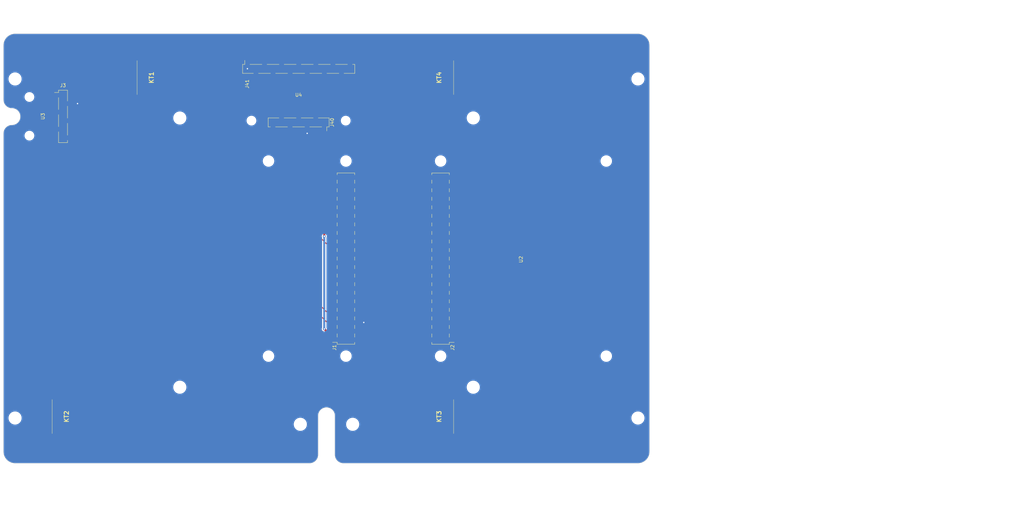
<source format=kicad_pcb>
(kicad_pcb (version 20211014) (generator pcbnew)
  (title_block (title "eInk Frame"))
  (layers (0 "F.Cu" signal) (31 "B.Cu" signal) (34 "B.Paste" user) (35 "F.Paste" user) (36 "B.SilkS" user "B.Silkscreen") (37 "F.SilkS" user "F.Silkscreen") (38 "B.Mask" user) (39 "F.Mask" user) (44 "Edge.Cuts" user))
  (net 0 "")
  (net 1 "/G1")
  (net 2 "/G4")
  (net 3 "/G7")
  (net 4 "/G8")
  (net 5 "/G10")
  (net 6 "/G11")
  (net 7 "/G12")
  (net 8 "/G13")
  (net 9 "/G15")
  (net 10 "/G16")
  (net 11 "/G17")
  (net 12 "/G18")
  (net 13 "/G19")
  (net 14 "/G21")
  (net 15 "/G23")
  (net 16 "/G24")
  (net 17 "/G26")
  (net 18 "/G27")
  (net 19 "/G28")
  (net 20 "/G29")
  (net 21 "/G31")
  (net 22 "/G32")
  (net 23 "/G33")
  (net 24 "/G35")
  (net 25 "/G36")
  (net 26 "/G37")
  (net 27 "/G38")
  (net 28 "/G40")
  (net 29 "GND")
  (net 30 "SCL")
  (net 31 "MPR121_INT")
  (net 32 "VIN")
  (net 33 "SDA")
  (net 38 "Net-(J41-Pad2)")
  (net 39 "Net-(J41-Pad3)")
  (net 40 "Net-(J41-Pad4)")
  (net 41 "Net-(J41-Pad5)")
  (net 42 "Net-(J41-Pad13)")
  (net 43 "Net-(J41-Pad12)")
  (net 44 "Net-(J41-Pad11)")
  (net 45 "Net-(J41-Pad10)")
  (net 46 "Net-(J41-Pad9)")
  (net 47 "Net-(J41-Pad8)")
  (net 48 "Net-(J41-Pad7)")
  (net 49 "Net-(J41-Pad6)")
  (net 50 "/G9")
  (net 51 "/G14")
  (net 52 "/G20")
  (net 53 "/G25")
  (net 54 "/G30")
  (net 55 "/G34")
  (net 56 "/G39")
  (footprint "eInkFrame:Phoenix contact 1814647" (layer "F.Cu") (at 66.2325 38.936 -90)
    (fp_text reference "KT1" (at 0 6.01 90) (layer "F.SilkS") (effects (font (size 1.27 1.27) (thickness 0.254))))
    (fp_text value "Terminal_01x03" hide)
    (pad "1" smd rect (at -2.5 0 270) (size 1.4 3.4) (layers "F.Cu" "F.Paste" "F.Mask") (net 38 "Net-(J41-Pad2)"))
    (pad "2" smd rect (at 0 0 270) (size 1.4 3.4) (layers "F.Cu" "F.Paste" "F.Mask") (net 39 "Net-(J41-Pad3)"))
    (pad "3" smd rect (at 2.5 0 270) (size 1.4 3.4) (layers "F.Cu" "F.Paste" "F.Mask") (net 40 "Net-(J41-Pad4)"))
    (pad "SH1" smd rect (at -5.15 6.6 270) (size 2.3 5.6) (layers "F.Cu" "F.Paste" "F.Mask"))
    (pad "SH2" smd rect (at 5.15 6.6 270) (size 2.3 5.6) (layers "F.Cu" "F.Paste" "F.Mask"))
  )
  (footprint "eInkFrame:Raspberry uHAT (Socket)" (layer "F.Cu") (at 106.478 92.74 180)
    (fp_text reference "U1")
    (fp_text value "Raspberry")
    (pad "" np_thru_hole circle (at -11.5 -29 270) (size 2.7 2.7) (drill 2.7) (layers F&B.Cu *.Mask))
    (pad "" np_thru_hole circle (at -11.5 29 270) (size 2.7 2.7) (drill 2.7) (layers F&B.Cu *.Mask))
    (pad "" np_thru_hole circle (at 11.5 29 90) (size 2.7 2.7) (drill 2.7) (layers F&B.Cu *.Mask))
    (pad "" np_thru_hole circle (at 11.5 -29 90) (size 2.7 2.7) (drill 2.7) (layers F&B.Cu *.Mask))
  )
  (footprint "eInkFrame:Phoenix contact 1814647" (layer "F.Cu") (at 139.6385 38.936 90)
    (fp_text reference "KT4" (at 0 6.01 90) (layer "F.SilkS") (effects (font (size 1.27 1.27) (thickness 0.254))))
    (fp_text value "Terminal_01x03" hide)
    (pad "1" smd rect (at -2.5 0 90) (size 1.4 3.4) (layers "F.Cu" "F.Paste" "F.Mask") (net 44 "Net-(J41-Pad11)"))
    (pad "2" smd rect (at 0 0 90) (size 1.4 3.4) (layers "F.Cu" "F.Paste" "F.Mask") (net 43 "Net-(J41-Pad12)"))
    (pad "3" smd rect (at 2.5 0 90) (size 1.4 3.4) (layers "F.Cu" "F.Paste" "F.Mask") (net 42 "Net-(J41-Pad13)"))
    (pad "SH1" smd rect (at -5.15 6.6 90) (size 2.3 5.6) (layers "F.Cu" "F.Paste" "F.Mask"))
    (pad "SH2" smd rect (at 5.15 6.6 90) (size 2.3 5.6) (layers "F.Cu" "F.Paste" "F.Mask"))
  )
  (footprint "MountingHole:MountingHole_3.2mm_M3" (layer "F.Cu") (at 19.7 140.14)
    (fp_text reference "H4" hide)
    (fp_text value "M3" hide)
    (pad "" np_thru_hole circle (at 0 0) (size 3.2 3.2) (drill 3.2) (layers *.Cu *.Mask))
  )
  (footprint "MountingHole:MountingHole_3.2mm_M3" (layer "F.Cu") (at 204.7 140.14)
    (fp_text reference "H3" hide)
    (fp_text value "M3" hide)
    (pad "" np_thru_hole circle (at 0 0) (size 3.2 3.2) (drill 3.2) (layers *.Cu *.Mask))
  )
  (footprint "MountingHole:MountingHole_3.2mm_M3" (layer "F.Cu") (at 19.7 39.34)
    (fp_text reference "H2" hide)
    (fp_text value "M3" hide)
    (pad "" np_thru_hole circle (at 0 0) (size 3.2 3.2) (drill 3.2) (layers *.Cu *.Mask))
  )
  (footprint "eInkFrame:IT8951 driver HAT (Socket)" (layer "F.Cu") (at 170.695 92.74 180)
    (fp_text reference "U2" (at 0.745 -0.255 90 unlocked) (layer "F.SilkS"))
    (fp_text value "IT8951_Driver")
    (pad "" np_thru_hole circle (at 24.6 -29 90) (size 2.7 2.7) (drill 2.7) (layers F&B.Cu *.Mask))
    (pad "" np_thru_hole circle (at -24.6 29 270) (size 2.7 2.7) (drill 2.7) (layers F&B.Cu *.Mask))
    (pad "" np_thru_hole circle (at 24.6 29 90) (size 2.7 2.7) (drill 2.7) (layers F&B.Cu *.Mask))
    (pad "" np_thru_hole circle (at -24.6 -29 270) (size 2.7 2.7) (drill 2.7) (layers F&B.Cu *.Mask))
  )
  (footprint "Connector_PinSocket_2.54mm:PinSocket_2x20_P2.54mm_Vertical_SMD" (layer "F.Cu") (at 117.953 92.735 180)
    (fp_text reference "J1" (at 3.403 -26.455 90) (layer "F.SilkS"))
    (fp_text value "Socket Raspberry")
    (pad "1" smd rect (at 2.52 -24.13 180) (size 3 1) (layers "F.Cu" "F.Paste" "F.Mask") (net 1 "/G1"))
    (pad "2" smd rect (at -2.52 -24.13 180) (size 3 1) (layers "F.Cu" "F.Paste" "F.Mask") (net 32 "VIN"))
    (pad "3" smd rect (at 2.52 -21.59 180) (size 3 1) (layers "F.Cu" "F.Paste" "F.Mask") (net 33 "SDA"))
    (pad "4" smd rect (at -2.52 -21.59 180) (size 3 1) (layers "F.Cu" "F.Paste" "F.Mask") (net 2 "/G4"))
    (pad "5" smd rect (at 2.52 -19.05 180) (size 3 1) (layers "F.Cu" "F.Paste" "F.Mask") (net 30 "SCL"))
    (pad "6" smd rect (at -2.52 -19.05 180) (size 3 1) (layers "F.Cu" "F.Paste" "F.Mask") (net 29 "GND"))
    (pad "7" smd rect (at 2.52 -16.51 180) (size 3 1) (layers "F.Cu" "F.Paste" "F.Mask") (net 3 "/G7"))
    (pad "8" smd rect (at -2.52 -16.51 180) (size 3 1) (layers "F.Cu" "F.Paste" "F.Mask") (net 4 "/G8"))
    (pad "9" smd rect (at 2.52 -13.97 180) (size 3 1) (layers "F.Cu" "F.Paste" "F.Mask") (net 50 "/G9"))
    (pad "10" smd rect (at -2.52 -13.97 180) (size 3 1) (layers "F.Cu" "F.Paste" "F.Mask") (net 5 "/G10"))
    (pad "11" smd rect (at 2.52 -11.43 180) (size 3 1) (layers "F.Cu" "F.Paste" "F.Mask") (net 6 "/G11"))
    (pad "12" smd rect (at -2.52 -11.43 180) (size 3 1) (layers "F.Cu" "F.Paste" "F.Mask") (net 7 "/G12"))
    (pad "13" smd rect (at 2.52 -8.89 180) (size 3 1) (layers "F.Cu" "F.Paste" "F.Mask") (net 8 "/G13"))
    (pad "14" smd rect (at -2.52 -8.89 180) (size 3 1) (layers "F.Cu" "F.Paste" "F.Mask") (net 51 "/G14"))
    (pad "15" smd rect (at 2.52 -6.35 180) (size 3 1) (layers "F.Cu" "F.Paste" "F.Mask") (net 9 "/G15"))
    (pad "16" smd rect (at -2.52 -6.35 180) (size 3 1) (layers "F.Cu" "F.Paste" "F.Mask") (net 10 "/G16"))
    (pad "17" smd rect (at 2.52 -3.81 180) (size 3 1) (layers "F.Cu" "F.Paste" "F.Mask") (net 11 "/G17"))
    (pad "18" smd rect (at -2.52 -3.81 180) (size 3 1) (layers "F.Cu" "F.Paste" "F.Mask") (net 12 "/G18"))
    (pad "19" smd rect (at 2.52 -1.27 180) (size 3 1) (layers "F.Cu" "F.Paste" "F.Mask") (net 13 "/G19"))
    (pad "20" smd rect (at -2.52 -1.27 180) (size 3 1) (layers "F.Cu" "F.Paste" "F.Mask") (net 52 "/G20"))
    (pad "21" smd rect (at 2.52 1.27 180) (size 3 1) (layers "F.Cu" "F.Paste" "F.Mask") (net 14 "/G21"))
    (pad "22" smd rect (at -2.52 1.27 180) (size 3 1) (layers "F.Cu" "F.Paste" "F.Mask") (net 31 "MPR121_INT"))
    (pad "23" smd rect (at 2.52 3.81 180) (size 3 1) (layers "F.Cu" "F.Paste" "F.Mask") (net 15 "/G23"))
    (pad "24" smd rect (at -2.52 3.81 180) (size 3 1) (layers "F.Cu" "F.Paste" "F.Mask") (net 16 "/G24"))
    (pad "25" smd rect (at 2.52 6.35 180) (size 3 1) (layers "F.Cu" "F.Paste" "F.Mask") (net 53 "/G25"))
    (pad "26" smd rect (at -2.52 6.35 180) (size 3 1) (layers "F.Cu" "F.Paste" "F.Mask") (net 17 "/G26"))
    (pad "27" smd rect (at 2.52 8.89 180) (size 3 1) (layers "F.Cu" "F.Paste" "F.Mask") (net 18 "/G27"))
    (pad "28" smd rect (at -2.52 8.89 180) (size 3 1) (layers "F.Cu" "F.Paste" "F.Mask") (net 19 "/G28"))
    (pad "29" smd rect (at 2.52 11.43 180) (size 3 1) (layers "F.Cu" "F.Paste" "F.Mask") (net 20 "/G29"))
    (pad "30" smd rect (at -2.52 11.43 180) (size 3 1) (layers "F.Cu" "F.Paste" "F.Mask") (net 54 "/G30"))
    (pad "31" smd rect (at 2.52 13.97 180) (size 3 1) (layers "F.Cu" "F.Paste" "F.Mask") (net 21 "/G31"))
    (pad "32" smd rect (at -2.52 13.97 180) (size 3 1) (layers "F.Cu" "F.Paste" "F.Mask") (net 22 "/G32"))
    (pad "33" smd rect (at 2.52 16.51 180) (size 3 1) (layers "F.Cu" "F.Paste" "F.Mask") (net 23 "/G33"))
    (pad "34" smd rect (at -2.52 16.51 180) (size 3 1) (layers "F.Cu" "F.Paste" "F.Mask") (net 55 "/G34"))
    (pad "35" smd rect (at 2.52 19.05 180) (size 3 1) (layers "F.Cu" "F.Paste" "F.Mask") (net 24 "/G35"))
    (pad "36" smd rect (at -2.52 19.05 180) (size 3 1) (layers "F.Cu" "F.Paste" "F.Mask") (net 25 "/G36"))
    (pad "37" smd rect (at 2.52 21.59 180) (size 3 1) (layers "F.Cu" "F.Paste" "F.Mask") (net 26 "/G37"))
    (pad "38" smd rect (at -2.52 21.59 180) (size 3 1) (layers "F.Cu" "F.Paste" "F.Mask") (net 27 "/G38"))
    (pad "39" smd rect (at 2.52 24.13 180) (size 3 1) (layers "F.Cu" "F.Paste" "F.Mask") (net 56 "/G39"))
    (pad "40" smd rect (at -2.52 24.13 180) (size 3 1) (layers "F.Cu" "F.Paste" "F.Mask") (net 28 "/G40"))
  )
  (footprint "Connector_PinSocket_2.54mm:PinSocket_1x06_P2.54mm_Vertical_SMD_Pin1Left" (layer "F.Cu") (at 33.943 50.471)
    (fp_text reference "J3" (at 0 -9.22) (layer "F.SilkS"))
    (fp_text value "Socket BME680")
    (pad "1" smd rect (at -1.65 -6.35) (size 1.9 1) (layers "F.Cu" "F.Paste" "F.Mask") (net 32 "VIN"))
    (pad "2" smd rect (at 1.65 -3.81) (size 1.9 1) (layers "F.Cu" "F.Paste" "F.Mask") (net 29 "GND"))
    (pad "3" smd rect (at -1.65 -1.27) (size 1.9 1) (layers "F.Cu" "F.Paste" "F.Mask") (net 30 "SCL"))
    (pad "4" smd rect (at 1.65 1.27) (size 1.9 1) (layers "F.Cu" "F.Paste" "F.Mask") (net 33 "SDA"))
    (pad "5" smd rect (at -1.65 3.81) (size 1.9 1) (layers "F.Cu" "F.Paste" "F.Mask"))
    (pad "6" smd rect (at 1.65 6.35) (size 1.9 1) (layers "F.Cu" "F.Paste" "F.Mask"))
  )
  (footprint "MountingHole:MountingHole_3.2mm_M3" (layer "F.Cu") (at 155.792359 50.927641)
    (fp_text reference "HF4" hide)
    (fp_text value "M3" hide)
    (pad "" np_thru_hole circle (at 0 0) (size 3.2 3.2) (drill 3.2) (layers *.Cu *.Mask))
  )
  (footprint "Connector_PinSocket_2.54mm:PinSocket_1x13_P2.54mm_Vertical_SMD_Pin1Right" (layer "F.Cu") (at 103.943 36.346 90)
    (fp_text reference "J41" (at -4.494 -15.303 90) (layer "F.SilkS"))
    (fp_text value "Socket MPR121 contacts")
    (pad "1" smd rect (at 1.65 -15.24 90) (size 1.9 1) (layers "F.Cu" "F.Paste" "F.Mask") (net 29 "GND"))
    (pad "2" smd rect (at -1.65 -12.7 90) (size 1.9 1) (layers "F.Cu" "F.Paste" "F.Mask") (net 38 "Net-(J41-Pad2)"))
    (pad "3" smd rect (at 1.65 -10.16 90) (size 1.9 1) (layers "F.Cu" "F.Paste" "F.Mask") (net 39 "Net-(J41-Pad3)"))
    (pad "4" smd rect (at -1.65 -7.62 90) (size 1.9 1) (layers "F.Cu" "F.Paste" "F.Mask") (net 40 "Net-(J41-Pad4)"))
    (pad "5" smd rect (at 1.65 -5.08 90) (size 1.9 1) (layers "F.Cu" "F.Paste" "F.Mask") (net 41 "Net-(J41-Pad5)"))
    (pad "6" smd rect (at -1.65 -2.54 90) (size 1.9 1) (layers "F.Cu" "F.Paste" "F.Mask") (net 49 "Net-(J41-Pad6)"))
    (pad "7" smd rect (at 1.65 0 90) (size 1.9 1) (layers "F.Cu" "F.Paste" "F.Mask") (net 48 "Net-(J41-Pad7)"))
    (pad "8" smd rect (at -1.65 2.54 90) (size 1.9 1) (layers "F.Cu" "F.Paste" "F.Mask") (net 47 "Net-(J41-Pad8)"))
    (pad "9" smd rect (at 1.65 5.08 90) (size 1.9 1) (layers "F.Cu" "F.Paste" "F.Mask") (net 46 "Net-(J41-Pad9)"))
    (pad "10" smd rect (at -1.65 7.62 90) (size 1.9 1) (layers "F.Cu" "F.Paste" "F.Mask") (net 45 "Net-(J41-Pad10)"))
    (pad "11" smd rect (at 1.65 10.16 90) (size 1.9 1) (layers "F.Cu" "F.Paste" "F.Mask") (net 44 "Net-(J41-Pad11)"))
    (pad "12" smd rect (at -1.65 12.7 90) (size 1.9 1) (layers "F.Cu" "F.Paste" "F.Mask") (net 43 "Net-(J41-Pad12)"))
    (pad "13" smd rect (at 1.65 15.24 90) (size 1.9 1) (layers "F.Cu" "F.Paste" "F.Mask") (net 42 "Net-(J41-Pad13)"))
  )
  (footprint "MountingHole:MountingHole_3.2mm_M3" (layer "F.Cu") (at 119.975 142.01)
    (fp_text reference "H6" hide)
    (fp_text value "M3" hide)
    (pad "" np_thru_hole circle (at 0 0) (size 3.2 3.2) (drill 3.2) (layers *.Cu *.Mask))
  )
  (footprint "Connector_PinHeader_2.54mm:PinHeader_2x20_P2.54mm_Vertical_SMD" (layer "F.Cu") (at 146.09 92.745 180)
    (fp_text reference "J2" (at -3.53 -26.455 90) (layer "F.SilkS"))
    (fp_text value "Socket IT8951")
    (pad "1" smd rect (at -2.525 -24.13 180) (size 3.15 1) (layers "F.Cu" "F.Paste" "F.Mask") (net 1 "/G1"))
    (pad "2" smd rect (at 2.525 -24.13 180) (size 3.15 1) (layers "F.Cu" "F.Paste" "F.Mask") (net 32 "VIN"))
    (pad "3" smd rect (at -2.525 -21.59 180) (size 3.15 1) (layers "F.Cu" "F.Paste" "F.Mask") (net 33 "SDA"))
    (pad "4" smd rect (at 2.525 -21.59 180) (size 3.15 1) (layers "F.Cu" "F.Paste" "F.Mask") (net 2 "/G4"))
    (pad "5" smd rect (at -2.525 -19.05 180) (size 3.15 1) (layers "F.Cu" "F.Paste" "F.Mask") (net 30 "SCL"))
    (pad "6" smd rect (at 2.525 -19.05 180) (size 3.15 1) (layers "F.Cu" "F.Paste" "F.Mask") (net 29 "GND"))
    (pad "7" smd rect (at -2.525 -16.51 180) (size 3.15 1) (layers "F.Cu" "F.Paste" "F.Mask") (net 3 "/G7"))
    (pad "8" smd rect (at 2.525 -16.51 180) (size 3.15 1) (layers "F.Cu" "F.Paste" "F.Mask") (net 4 "/G8"))
    (pad "9" smd rect (at -2.525 -13.97 180) (size 3.15 1) (layers "F.Cu" "F.Paste" "F.Mask") (net 50 "/G9"))
    (pad "10" smd rect (at 2.525 -13.97 180) (size 3.15 1) (layers "F.Cu" "F.Paste" "F.Mask") (net 5 "/G10"))
    (pad "11" smd rect (at -2.525 -11.43 180) (size 3.15 1) (layers "F.Cu" "F.Paste" "F.Mask") (net 6 "/G11"))
    (pad "12" smd rect (at 2.525 -11.43 180) (size 3.15 1) (layers "F.Cu" "F.Paste" "F.Mask") (net 7 "/G12"))
    (pad "13" smd rect (at -2.525 -8.89 180) (size 3.15 1) (layers "F.Cu" "F.Paste" "F.Mask") (net 8 "/G13"))
    (pad "14" smd rect (at 2.525 -8.89 180) (size 3.15 1) (layers "F.Cu" "F.Paste" "F.Mask") (net 51 "/G14"))
    (pad "15" smd rect (at -2.525 -6.35 180) (size 3.15 1) (layers "F.Cu" "F.Paste" "F.Mask") (net 9 "/G15"))
    (pad "16" smd rect (at 2.525 -6.35 180) (size 3.15 1) (layers "F.Cu" "F.Paste" "F.Mask") (net 10 "/G16"))
    (pad "17" smd rect (at -2.525 -3.81 180) (size 3.15 1) (layers "F.Cu" "F.Paste" "F.Mask") (net 11 "/G17"))
    (pad "18" smd rect (at 2.525 -3.81 180) (size 3.15 1) (layers "F.Cu" "F.Paste" "F.Mask") (net 12 "/G18"))
    (pad "19" smd rect (at -2.525 -1.27 180) (size 3.15 1) (layers "F.Cu" "F.Paste" "F.Mask") (net 13 "/G19"))
    (pad "20" smd rect (at 2.525 -1.27 180) (size 3.15 1) (layers "F.Cu" "F.Paste" "F.Mask") (net 52 "/G20"))
    (pad "21" smd rect (at -2.525 1.27 180) (size 3.15 1) (layers "F.Cu" "F.Paste" "F.Mask") (net 14 "/G21"))
    (pad "22" smd rect (at 2.525 1.27 180) (size 3.15 1) (layers "F.Cu" "F.Paste" "F.Mask") (net 31 "MPR121_INT"))
    (pad "23" smd rect (at -2.525 3.81 180) (size 3.15 1) (layers "F.Cu" "F.Paste" "F.Mask") (net 15 "/G23"))
    (pad "24" smd rect (at 2.525 3.81 180) (size 3.15 1) (layers "F.Cu" "F.Paste" "F.Mask") (net 16 "/G24"))
    (pad "25" smd rect (at -2.525 6.35 180) (size 3.15 1) (layers "F.Cu" "F.Paste" "F.Mask") (net 53 "/G25"))
    (pad "26" smd rect (at 2.525 6.35 180) (size 3.15 1) (layers "F.Cu" "F.Paste" "F.Mask") (net 17 "/G26"))
    (pad "27" smd rect (at -2.525 8.89 180) (size 3.15 1) (layers "F.Cu" "F.Paste" "F.Mask") (net 18 "/G27"))
    (pad "28" smd rect (at 2.525 8.89 180) (size 3.15 1) (layers "F.Cu" "F.Paste" "F.Mask") (net 19 "/G28"))
    (pad "29" smd rect (at -2.525 11.43 180) (size 3.15 1) (layers "F.Cu" "F.Paste" "F.Mask") (net 20 "/G29"))
    (pad "30" smd rect (at 2.525 11.43 180) (size 3.15 1) (layers "F.Cu" "F.Paste" "F.Mask") (net 54 "/G30"))
    (pad "31" smd rect (at -2.525 13.97 180) (size 3.15 1) (layers "F.Cu" "F.Paste" "F.Mask") (net 21 "/G31"))
    (pad "32" smd rect (at 2.525 13.97 180) (size 3.15 1) (layers "F.Cu" "F.Paste" "F.Mask") (net 22 "/G32"))
    (pad "33" smd rect (at -2.525 16.51 180) (size 3.15 1) (layers "F.Cu" "F.Paste" "F.Mask") (net 23 "/G33"))
    (pad "34" smd rect (at 2.525 16.51 180) (size 3.15 1) (layers "F.Cu" "F.Paste" "F.Mask") (net 55 "/G34"))
    (pad "35" smd rect (at -2.525 19.05 180) (size 3.15 1) (layers "F.Cu" "F.Paste" "F.Mask") (net 24 "/G35"))
    (pad "36" smd rect (at 2.525 19.05 180) (size 3.15 1) (layers "F.Cu" "F.Paste" "F.Mask") (net 25 "/G36"))
    (pad "37" smd rect (at -2.525 21.59 180) (size 3.15 1) (layers "F.Cu" "F.Paste" "F.Mask") (net 26 "/G37"))
    (pad "38" smd rect (at 2.525 21.59 180) (size 3.15 1) (layers "F.Cu" "F.Paste" "F.Mask") (net 27 "/G38"))
    (pad "39" smd rect (at -2.525 24.13 180) (size 3.15 1) (layers "F.Cu" "F.Paste" "F.Mask") (net 56 "/G39"))
    (pad "40" smd rect (at 2.525 24.13 180) (size 3.15 1) (layers "F.Cu" "F.Paste" "F.Mask") (net 28 "/G40"))
  )
  (footprint "eInkFrame:Phoenix contact 1814647" (layer "F.Cu") (at 41 139.712 -90)
    (fp_text reference "KT2" (at 0 6.01 -90) (layer "F.SilkS") (effects (font (size 1.27 1.27) (thickness 0.254))))
    (fp_text value "Terminal_01x03" hide)
    (pad "1" smd rect (at -2.5 0 270) (size 1.4 3.4) (layers "F.Cu" "F.Paste" "F.Mask") (net 41 "Net-(J41-Pad5)"))
    (pad "2" smd rect (at 0 0 270) (size 1.4 3.4) (layers "F.Cu" "F.Paste" "F.Mask") (net 49 "Net-(J41-Pad6)"))
    (pad "3" smd rect (at 2.5 0 270) (size 1.4 3.4) (layers "F.Cu" "F.Paste" "F.Mask") (net 48 "Net-(J41-Pad7)"))
    (pad "SH1" smd rect (at -5.15 6.6 270) (size 2.3 5.6) (layers "F.Cu" "F.Paste" "F.Mask"))
    (pad "SH2" smd rect (at 5.15 6.6 270) (size 2.3 5.6) (layers "F.Cu" "F.Paste" "F.Mask"))
  )
  (footprint "eInkFrame:Phoenix contact 1814647" (layer "F.Cu") (at 139.6385 139.712 90)
    (fp_text reference "KT3" (at 0 6.01 90) (layer "F.SilkS") (effects (font (size 1.27 1.27) (thickness 0.254))))
    (fp_text value "Terminal_01x03" hide)
    (pad "1" smd rect (at -2.5 0 90) (size 1.4 3.4) (layers "F.Cu" "F.Paste" "F.Mask") (net 47 "Net-(J41-Pad8)"))
    (pad "2" smd rect (at 0 0 90) (size 1.4 3.4) (layers "F.Cu" "F.Paste" "F.Mask") (net 46 "Net-(J41-Pad9)"))
    (pad "3" smd rect (at 2.5 0 90) (size 1.4 3.4) (layers "F.Cu" "F.Paste" "F.Mask") (net 45 "Net-(J41-Pad10)"))
    (pad "SH1" smd rect (at -5.15 6.6 90) (size 2.3 5.6) (layers "F.Cu" "F.Paste" "F.Mask"))
    (pad "SH2" smd rect (at 5.15 6.6 90) (size 2.3 5.6) (layers "F.Cu" "F.Paste" "F.Mask"))
  )
  (footprint "MountingHole:MountingHole_3.2mm_M3" (layer "F.Cu") (at 68.632641 50.952641)
    (fp_text reference "HF3" hide)
    (fp_text value "M3" hide)
    (pad "" np_thru_hole circle (at 0 0) (size 3.2 3.2) (drill 3.2) (layers *.Cu *.Mask))
  )
  (footprint "MountingHole:MountingHole_3.2mm_M3" (layer "F.Cu") (at 155.792359 130.98)
    (fp_text reference "HF2" hide)
    (fp_text value "M3" hide)
    (pad "" np_thru_hole circle (at 0 0) (size 3.2 3.2) (drill 3.2) (layers *.Cu *.Mask))
  )
  (footprint "MountingHole:MountingHole_3.2mm_M3" (layer "F.Cu") (at 68.632641 130.98)
    (fp_text reference "HF1" hide)
    (fp_text value "M3" hide)
    (pad "" np_thru_hole circle (at 0 0) (size 3.2 3.2) (drill 3.2) (layers *.Cu *.Mask))
  )
  (footprint "eInkFrame:Adafruit MPR121 (Socket)" (layer "F.Cu") (at 103.908 44.583)
    (fp_text reference "U4" (at 0 -0.5 unlocked) (layer "F.SilkS"))
    (fp_text value "MPR121")
    (pad "" np_thru_hole circle (at -14 7.15 180) (size 2.2 2.2) (drill 2.2) (layers *.Cu *.Mask))
    (pad "" np_thru_hole circle (at 14 7.15 180) (size 2.2 2.2) (drill 2.2) (layers *.Cu *.Mask))
  )
  (footprint "eInkFrame:CJMCU-680 HAT (Socket)" (layer "F.Cu") (at 28.46 50.446 90)
    (fp_text reference "U3" (at 0 -0.5 90 unlocked) (layer "F.SilkS"))
    (fp_text value "CJMCU-680")
    (pad "" np_thru_hole circle (at 5.75 -4.5 90) (size 2.2 2.2) (drill 2.2) (layers *.Cu *.Mask))
    (pad "" np_thru_hole circle (at -5.75 -4.5 90) (size 2.2 2.2) (drill 2.2) (layers *.Cu *.Mask))
  )
  (footprint "MountingHole:MountingHole_3.2mm_M3" (layer "F.Cu") (at 104.425 142.01)
    (fp_text reference "H5" hide)
    (fp_text value "M3" hide)
    (pad "" np_thru_hole circle (at 0 0) (size 3.2 3.2) (drill 3.2) (layers *.Cu *.Mask))
  )
  (footprint "Connector_PinSocket_2.54mm:PinSocket_1x07_P2.54mm_Vertical_SMD_Pin1Right" (layer "F.Cu") (at 103.918 52.256 -90)
    (fp_text reference "J40" (at -0.006 -9.942 90) (layer "F.SilkS"))
    (fp_text value "Socket MPR121 comm")
    (pad "1" smd rect (at 1.65 -7.62 270) (size 1.9 1) (layers "F.Cu" "F.Paste" "F.Mask") (net 32 "VIN"))
    (pad "2" smd rect (at -1.65 -5.08 270) (size 1.9 1) (layers "F.Cu" "F.Paste" "F.Mask"))
    (pad "3" smd rect (at 1.65 -2.54 270) (size 1.9 1) (layers "F.Cu" "F.Paste" "F.Mask") (net 29 "GND"))
    (pad "4" smd rect (at -1.65 0 270) (size 1.9 1) (layers "F.Cu" "F.Paste" "F.Mask") (net 30 "SCL"))
    (pad "5" smd rect (at 1.65 2.54 270) (size 1.9 1) (layers "F.Cu" "F.Paste" "F.Mask") (net 33 "SDA"))
    (pad "6" smd rect (at -1.65 5.08 270) (size 1.9 1) (layers "F.Cu" "F.Paste" "F.Mask") (net 31 "MPR121_INT"))
    (pad "7" smd rect (at 1.65 7.62 270) (size 1.9 1) (layers "F.Cu" "F.Paste" "F.Mask"))
  )
  (footprint "MountingHole:MountingHole_3.2mm_M3" (layer "F.Cu") (at 204.7 39.34)
    (fp_text reference "H1" hide)
    (fp_text value "M3" hide)
    (pad "" np_thru_hole circle (at 0 0) (size 3.2 3.2) (drill 3.2) (layers *.Cu *.Mask))
  )
  (footprint "eInkFrame:Waveshare eink 7.8" (layer "B.Cu") (at 112.2 89.715 180)
    (fp_text reference "E2")
    (fp_text value "Screen")
  )
  (gr_arc (start 19.7 153.565) (mid 17.278159 152.561841) (end 16.275 150.14) (layer "Edge.Cuts") (width 0.1))
  (gr_arc (start 16.275 55.526) (mid 17.007233 53.758233) (end 18.775 53.026) (layer "Edge.Cuts") (width 0.1))
  (gr_arc (start 16.275 29.34) (mid 17.278159 26.918159) (end 19.7 25.915) (layer "Edge.Cuts") (width 0.1))
  (gr_line (start 204.7 153.565) (end 117.2 153.565) (layer "Edge.Cuts") (width 0.1))
  (gr_arc (start 21.275 50.526) (mid 20.542767 52.293767) (end 18.775 53.026) (layer "Edge.Cuts") (width 0.1))
  (gr_line (start 114.7 139.492233) (end 114.7 151.065) (layer "Edge.Cuts") (width 0.1))
  (gr_arc (start 208.125 150.14) (mid 207.121841 152.561841) (end 204.7 153.565) (layer "Edge.Cuts") (width 0.1))
  (gr_line (start 19.7 25.915) (end 204.7 25.915) (layer "Edge.Cuts") (width 0.1))
  (gr_arc (start 18.775 48.026) (mid 17.007233 47.293767) (end 16.275 45.526) (layer "Edge.Cuts") (width 0.1))
  (gr_line (start 107.2 153.565) (end 19.7 153.565) (layer "Edge.Cuts") (width 0.1))
  (gr_line (start 208.125 29.34) (end 208.125 150.14) (layer "Edge.Cuts") (width 0.1))
  (gr_arc (start 109.7 151.065) (mid 108.967767 152.832767) (end 107.2 153.565) (layer "Edge.Cuts") (width 0.1))
  (gr_line (start 16.275 45.526) (end 16.275 29.34) (layer "Edge.Cuts") (width 0.1))
  (gr_arc (start 117.2 153.565) (mid 115.432233 152.832767) (end 114.7 151.065) (layer "Edge.Cuts") (width 0.1))
  (gr_line (start 109.7 151.065) (end 109.7 139.492233) (layer "Edge.Cuts") (width 0.1))
  (gr_line (start 16.275 150.14) (end 16.275 55.526) (layer "Edge.Cuts") (width 0.1))
  (gr_arc (start 109.7 139.492233) (mid 110.432233 137.724466) (end 112.2 136.992233) (layer "Edge.Cuts") (width 0.1))
  (gr_arc (start 204.7 25.915) (mid 207.121841 26.918159) (end 208.125 29.34) (layer "Edge.Cuts") (width 0.1))
  (gr_arc (start 18.775 48.026) (mid 20.542767 48.758233) (end 21.275 50.526) (layer "Edge.Cuts") (width 0.1))
  (gr_arc (start 112.2 136.992233) (mid 113.967767 137.724466) (end 114.7 139.492233) (layer "Edge.Cuts") (width 0.1))
  (segment (start 148.615 116.875) (end 147.4647 118.0253) (width 0.6) (layer "F.Cu") (net 1))
  (segment (start 147.4647 118.0253) (end 116.5933 118.0253) (width 0.6) (layer "F.Cu") (net 1))
  (segment (start 116.5933 118.0253) (end 115.433 116.865) (width 0.6) (layer "F.Cu") (net 1))
  (segment (start 120.473 114.325) (end 122.6233 114.325) (width 0.6) (layer "F.Cu") (net 2))
  (segment (start 143.565 114.335) (end 122.6333 114.335) (width 0.6) (layer "F.Cu") (net 2))
  (segment (start 122.6333 114.335) (end 122.6233 114.325) (width 0.6) (layer "F.Cu") (net 2))
  (segment (start 115.433 109.245) (end 116.2683 110.0803) (width 0.25) (layer "F.Cu") (net 3))
  (segment (start 116.2683 110.0803) (end 147.7897 110.0803) (width 0.25) (layer "F.Cu") (net 3))
  (segment (start 147.7897 110.0803) (end 148.615 109.255) (width 0.25) (layer "F.Cu") (net 3))
  (segment (start 120.473 109.245) (end 122.2983 109.245) (width 0.25) (layer "F.Cu") (net 4))
  (segment (start 122.3083 109.255) (end 122.2983 109.245) (width 0.25) (layer "F.Cu") (net 4))
  (segment (start 143.565 109.255) (end 122.3083 109.255) (width 0.25) (layer "F.Cu") (net 4))
  (segment (start 120.473 106.705) (end 122.2983 106.705) (width 0.25) (layer "F.Cu") (net 5))
  (segment (start 143.565 106.715) (end 122.3083 106.715) (width 0.25) (layer "F.Cu") (net 5))
  (segment (start 122.3083 106.715) (end 122.2983 106.705) (width 0.25) (layer "F.Cu") (net 5))
  (segment (start 147.790489 104.999511) (end 116.267511 104.999511) (width 0.25) (layer "F.Cu") (net 6))
  (segment (start 116.267511 104.999511) (end 115.433 104.165) (width 0.25) (layer "F.Cu") (net 6))
  (segment (start 148.615 104.175) (end 147.790489 104.999511) (width 0.25) (layer "F.Cu") (net 6))
  (segment (start 143.565 104.175) (end 122.3083 104.175) (width 0.25) (layer "F.Cu") (net 7))
  (segment (start 122.3083 104.175) (end 122.2983 104.165) (width 0.25) (layer "F.Cu") (net 7))
  (segment (start 120.473 104.165) (end 122.2983 104.165) (width 0.25) (layer "F.Cu") (net 7))
  (segment (start 115.433 101.625) (end 116.407511 102.599511) (width 0.25) (layer "F.Cu") (net 8))
  (segment (start 141.250009 102.609511) (end 147.640489 102.609511) (width 0.25) (layer "F.Cu") (net 8))
  (segment (start 116.407511 102.599511) (end 141.240009 102.599511) (width 0.25) (layer "F.Cu") (net 8))
  (segment (start 147.640489 102.609511) (end 148.615 101.635) (width 0.25) (layer "F.Cu") (net 8))
  (segment (start 141.240009 102.599511) (end 141.250009 102.609511) (width 0.25) (layer "F.Cu") (net 8))
  (segment (start 116.2683 99.9203) (end 115.433 99.085) (width 0.25) (layer "F.Cu") (net 9))
  (segment (start 147.7897 99.9203) (end 116.2683 99.9203) (width 0.25) (layer "F.Cu") (net 9))
  (segment (start 148.615 99.095) (end 147.7897 99.9203) (width 0.25) (layer "F.Cu") (net 9))
  (segment (start 120.473 99.085) (end 122.2983 99.085) (width 0.25) (layer "F.Cu") (net 10))
  (segment (start 143.565 99.095) (end 122.3083 99.095) (width 0.25) (layer "F.Cu") (net 10))
  (segment (start 122.3083 99.095) (end 122.2983 99.085) (width 0.25) (layer "F.Cu") (net 10))
  (segment (start 148.615 96.555) (end 147.4647 97.7053) (width 0.6) (layer "F.Cu") (net 11))
  (segment (start 116.5933 97.7053) (end 115.433 96.545) (width 0.6) (layer "F.Cu") (net 11))
  (segment (start 147.4647 97.7053) (end 116.5933 97.7053) (width 0.6) (layer "F.Cu") (net 11))
  (segment (start 120.473 96.545) (end 122.2983 96.545) (width 0.25) (layer "F.Cu") (net 12))
  (segment (start 122.3083 96.555) (end 122.2983 96.545) (width 0.25) (layer "F.Cu") (net 12))
  (segment (start 143.565 96.555) (end 122.3083 96.555) (width 0.25) (layer "F.Cu") (net 12))
  (segment (start 116.417511 94.989511) (end 147.640489 94.989511) (width 0.25) (layer "F.Cu") (net 13))
  (segment (start 147.640489 94.989511) (end 148.615 94.015) (width 0.25) (layer "F.Cu") (net 13))
  (segment (start 115.433 94.005) (end 116.417511 94.989511) (width 0.25) (layer "F.Cu") (net 13))
  (segment (start 147.509031 92.580969) (end 116.548969 92.580969) (width 0.25) (layer "F.Cu") (net 14))
  (segment (start 116.548969 92.580969) (end 115.433 91.465) (width 0.25) (layer "F.Cu") (net 14))
  (segment (start 148.615 91.475) (end 147.509031 92.580969) (width 0.25) (layer "F.Cu") (net 14))
  (segment (start 147.790489 89.759511) (end 148.615 88.935) (width 0.25) (layer "F.Cu") (net 15))
  (segment (start 116.267511 89.759511) (end 147.790489 89.759511) (width 0.25) (layer "F.Cu") (net 15))
  (segment (start 115.433 88.925) (end 116.267511 89.759511) (width 0.25) (layer "F.Cu") (net 15))
  (segment (start 120.473 88.925) (end 122.2983 88.925) (width 0.25) (layer "F.Cu") (net 16))
  (segment (start 122.3083 88.935) (end 122.2983 88.925) (width 0.25) (layer "F.Cu") (net 16))
  (segment (start 143.565 88.935) (end 122.3083 88.935) (width 0.25) (layer "F.Cu") (net 16))
  (segment (start 122.3083 86.395) (end 122.2983 86.385) (width 0.25) (layer "F.Cu") (net 17))
  (segment (start 143.565 86.395) (end 122.3083 86.395) (width 0.25) (layer "F.Cu") (net 17))
  (segment (start 120.473 86.385) (end 122.2983 86.385) (width 0.25) (layer "F.Cu") (net 17))
  (segment (start 147.790489 84.679511) (end 116.267511 84.679511) (width 0.25) (layer "F.Cu") (net 18))
  (segment (start 148.615 83.855) (end 147.790489 84.679511) (width 0.25) (layer "F.Cu") (net 18))
  (segment (start 116.267511 84.679511) (end 115.433 83.845) (width 0.25) (layer "F.Cu") (net 18))
  (segment (start 122.3083 83.855) (end 122.2983 83.845) (width 0.25) (layer "F.Cu") (net 19))
  (segment (start 143.565 83.855) (end 122.3083 83.855) (width 0.25) (layer "F.Cu") (net 19))
  (segment (start 120.473 83.845) (end 122.2983 83.845) (width 0.25) (layer "F.Cu") (net 19))
  (segment (start 147.640489 82.289511) (end 148.615 81.315) (width 0.25) (layer "F.Cu") (net 20))
  (segment (start 116.417511 82.289511) (end 147.640489 82.289511) (width 0.25) (layer "F.Cu") (net 20))
  (segment (start 115.433 81.305) (end 116.417511 82.289511) (width 0.25) (layer "F.Cu") (net 20))
  (segment (start 147.790489 79.599511) (end 148.615 78.775) (width 0.25) (layer "F.Cu") (net 21))
  (segment (start 115.433 78.765) (end 116.267511 79.599511) (width 0.25) (layer "F.Cu") (net 21))
  (segment (start 116.267511 79.599511) (end 147.790489 79.599511) (width 0.25) (layer "F.Cu") (net 21))
  (segment (start 120.473 78.765) (end 122.2983 78.765) (width 0.25) (layer "F.Cu") (net 22))
  (segment (start 143.565 78.775) (end 122.3083 78.775) (width 0.25) (layer "F.Cu") (net 22))
  (segment (start 122.3083 78.775) (end 122.2983 78.765) (width 0.25) (layer "F.Cu") (net 22))
  (segment (start 116.417511 77.209511) (end 147.640489 77.209511) (width 0.25) (layer "F.Cu") (net 23))
  (segment (start 147.640489 77.209511) (end 148.615 76.235) (width 0.25) (layer "F.Cu") (net 23))
  (segment (start 115.433 76.225) (end 116.417511 77.209511) (width 0.25) (layer "F.Cu") (net 23))
  (segment (start 148.615 73.695) (end 147.7897 74.5203) (width 0.25) (layer "F.Cu") (net 24))
  (segment (start 116.2683 74.5203) (end 115.433 73.685) (width 0.25) (layer "F.Cu") (net 24))
  (segment (start 147.7897 74.5203) (end 116.2683 74.5203) (width 0.25) (layer "F.Cu") (net 24))
  (segment (start 143.565 73.695) (end 122.3083 73.695) (width 0.25) (layer "F.Cu") (net 25))
  (segment (start 120.473 73.685) (end 122.2983 73.685) (width 0.25) (layer "F.Cu") (net 25))
  (segment (start 122.3083 73.695) (end 122.2983 73.685) (width 0.25) (layer "F.Cu") (net 25))
  (segment (start 116.267511 71.979511) (end 147.790489 71.979511) (width 0.25) (layer "F.Cu") (net 26))
  (segment (start 147.790489 71.979511) (end 148.615 71.155) (width 0.25) (layer "F.Cu") (net 26))
  (segment (start 115.433 71.145) (end 116.267511 71.979511) (width 0.25) (layer "F.Cu") (net 26))
  (segment (start 143.565 71.155) (end 122.3083 71.155) (width 0.25) (layer "F.Cu") (net 27))
  (segment (start 122.3083 71.155) (end 122.2983 71.145) (width 0.25) (layer "F.Cu") (net 27))
  (segment (start 120.473 71.145) (end 122.2983 71.145) (width 0.25) (layer "F.Cu") (net 27))
  (segment (start 122.3083 68.615) (end 122.2983 68.605) (width 0.25) (layer "F.Cu") (net 28))
  (segment (start 120.473 68.605) (end 122.2983 68.605) (width 0.25) (layer "F.Cu") (net 28))
  (segment (start 143.565 68.615) (end 122.3083 68.615) (width 0.25) (layer "F.Cu") (net 28))
  (segment (start 88.703 36.2963) (end 88.7037 36.2963) (width 0.6) (layer "F.Cu") (net 29))
  (segment (start 106.458 53.906) (end 106.458 55.5063) (width 0.6) (layer "F.Cu") (net 29))
  (segment (start 106.458 55.508) (end 106.46 55.51) (width 0.6) (layer "F.Cu") (net 29))
  (segment (start 88.7037 36.2963) (end 88.71 36.29) (width 0.6) (layer "F.Cu") (net 29))
  (segment (start 123.335 111.795) (end 143.565 111.795) (width 0.6) (layer "F.Cu") (net 29))
  (segment (start 35.588 46.661) (end 38.249 46.661) (width 0.6) (layer "F.Cu") (net 29))
  (segment (start 123.215 111.785) (end 123.27 111.73) (width 0.6) (layer "F.Cu") (net 29))
  (segment (start 106.458 55.5063) (end 106.458 55.508) (width 0.6) (layer "F.Cu") (net 29))
  (segment (start 88.703 34.696) (end 88.703 36.2963) (width 0.6) (layer "F.Cu") (net 29))
  (segment (start 38.249 46.661) (end 38.25 46.66) (width 0.6) (layer "F.Cu") (net 29))
  (segment (start 123.27 111.73) (end 123.335 111.795) (width 0.6) (layer "F.Cu") (net 29))
  (segment (start 120.473 111.785) (end 123.215 111.785) (width 0.6) (layer "F.Cu") (net 29))
  (via (at 88.71 36.29) (size 0.8) (drill 0.4) (layers "F.Cu" "B.Cu") (net 29))
  (via (at 38.25 46.66) (size 0.8) (drill 0.4) (layers "F.Cu" "B.Cu") (net 29))
  (via (at 123.27 111.73) (size 0.8) (drill 0.4) (layers "F.Cu" "B.Cu") (net 29))
  (via (at 106.46 55.51) (size 0.8) (drill 0.4) (layers "F.Cu" "B.Cu") (net 29))
  (segment (start 32.278 49.201) (end 36.945746 49.201) (width 0.25) (layer "F.Cu") (net 30))
  (segment (start 116.457 112.809) (end 147.601 112.809) (width 0.25) (layer "F.Cu") (net 30))
  (segment (start 147.601 112.809) (end 148.615 111.795) (width 0.25) (layer "F.Cu") (net 30))
  (segment (start 98.19545 51.88545) (end 102.63855 51.88545) (width 0.25) (layer "F.Cu") (net 30))
  (segment (start 115.433 111.785) (end 103.918 100.27) (width 0.25) (layer "F.Cu") (net 30))
  (segment (start 102.63855 51.88545) (end 103.918 50.606) (width 0.25) (layer "F.Cu") (net 30))
  (segment (start 103.918 100.27) (end 103.918 50.606) (width 0.25) (layer "F.Cu") (net 30))
  (segment (start 93.07112 46.76112) (end 98.19545 51.88545) (width 0.25) (layer "F.Cu") (net 30))
  (segment (start 36.945746 49.201) (end 39.385626 46.76112) (width 0.25) (layer "F.Cu") (net 30))
  (segment (start 39.385626 46.76112) (end 93.07112 46.76112) (width 0.25) (layer "F.Cu") (net 30))
  (segment (start 115.433 111.785) (end 116.457 112.809) (width 0.25) (layer "F.Cu") (net 30))
  (segment (start 119.6477 90.6397) (end 114.498678 90.6397) (width 0.25) (layer "F.Cu") (net 31))
  (segment (start 104.742511 49.331489) (end 100.112511 49.331489) (width 0.25) (layer "F.Cu") (net 31))
  (segment (start 120.473 91.465) (end 119.6477 90.6397) (width 0.25) (layer "F.Cu") (net 31))
  (segment (start 143.565 91.475) (end 141.6647 91.475) (width 0.25) (layer "F.Cu") (net 31))
  (segment (start 141.6547 91.465) (end 120.473 91.465) (width 0.25) (layer "F.Cu") (net 31))
  (segment (start 104.742511 80.883533) (end 104.742511 49.331489) (width 0.25) (layer "F.Cu") (net 31))
  (segment (start 141.6647 91.475) (end 141.6547 91.465) (width 0.25) (layer "F.Cu") (net 31))
  (segment (start 114.498678 90.6397) (end 104.742511 80.883533) (width 0.25) (layer "F.Cu") (net 31))
  (segment (start 100.112511 49.331489) (end 98.838 50.606) (width 0.25) (layer "F.Cu") (net 31))
  (segment (start 37.259 44.121) (end 32.293 44.121) (width 0.6) (layer "F.Cu") (net 32))
  (segment (start 141.3297 116.865) (end 141.3397 116.875) (width 0.6) (layer "F.Cu") (net 32))
  (segment (start 111.538 50.396978) (end 107.026533 45.885511) (width 0.6) (layer "F.Cu") (net 32))
  (segment (start 111.538 86.118) (end 111.54 86.12) (width 0.6) (layer "F.Cu") (net 32))
  (segment (start 107.026533 45.885511) (end 39.023511 45.885511) (width 0.6) (layer "F.Cu") (net 32))
  (segment (start 120.473 116.865) (end 119.082511 115.474511) (width 0.6) (layer "F.Cu") (net 32))
  (segment (start 120.473 116.865) (end 141.3297 116.865) (width 0.6) (layer "F.Cu") (net 32))
  (segment (start 113.354511 115.474511) (end 111.54 113.66) (width 0.6) (layer "F.Cu") (net 32))
  (segment (start 39.023511 45.885511) (end 37.259 44.121) (width 0.6) (layer "F.Cu") (net 32))
  (segment (start 119.082511 115.474511) (end 113.354511 115.474511) (width 0.6) (layer "F.Cu") (net 32))
  (segment (start 143.565 116.875) (end 141.3397 116.875) (width 0.6) (layer "F.Cu") (net 32))
  (segment (start 111.538 53.906) (end 111.538 86.118) (width 0.6) (layer "F.Cu") (net 32))
  (segment (start 111.538 53.906) (end 111.538 50.396978) (width 0.6) (layer "F.Cu") (net 32))
  (via (at 111.54 113.66) (size 0.8) (drill 0.4) (layers "F.Cu" "B.Cu") (net 32))
  (via (at 111.54 86.12) (size 0.8) (drill 0.4) (layers "F.Cu" "B.Cu") (net 32))
  (segment (start 111.54 113.66) (end 111.54 86.12) (width 0.6) (layer "B.Cu") (net 32))
  (segment (start 35.599 51.741) (end 40.12936 47.21064) (width 0.25) (layer "F.Cu") (net 33))
  (segment (start 115.433 114.325) (end 114.985 114.325) (width 0.25) (layer "F.Cu") (net 33))
  (segment (start 116.4485 113.3095) (end 147.5895 113.3095) (width 0.25) (layer "F.Cu") (net 33))
  (segment (start 115.433 114.325) (end 116.4485 113.3095) (width 0.25) (layer "F.Cu") (net 33))
  (segment (start 101.378 100.718) (end 101.378 53.906) (width 0.25) (layer "F.Cu") (net 33))
  (segment (start 114.985 114.325) (end 101.378 100.718) (width 0.25) (layer "F.Cu") (net 33))
  (segment (start 35.588 51.741) (end 35.599 51.741) (width 0.25) (layer "F.Cu") (net 33))
  (segment (start 99.580282 53.906) (end 101.378 53.906) (width 0.25) (layer "F.Cu") (net 33))
  (segment (start 92.884922 47.21064) (end 99.580282 53.906) (width 0.25) (layer "F.Cu") (net 33))
  (segment (start 40.12936 47.21064) (end 92.884922 47.21064) (width 0.25) (layer "F.Cu") (net 33))
  (segment (start 147.5895 113.3095) (end 148.615 114.335) (width 0.25) (layer "F.Cu") (net 33))
  (segment (start 68.7925 37.996) (end 67.2325 36.436) (width 0.25) (layer "F.Cu") (net 38))
  (segment (start 67.2325 36.436) (end 66.2325 36.436) (width 0.25) (layer "F.Cu") (net 38))
  (segment (start 91.243 37.996) (end 68.7925 37.996) (width 0.25) (layer "F.Cu") (net 38))
  (segment (start 93.783 34.696) (end 93.783 38.157) (width 0.25) (layer "F.Cu") (net 39))
  (segment (start 93.783 38.157) (end 92.5 39.44) (width 0.25) (layer "F.Cu") (net 39))
  (segment (start 66.7365 39.44) (end 66.2325 38.936) (width 0.25) (layer "F.Cu") (net 39))
  (segment (start 92.5 39.44) (end 66.7365 39.44) (width 0.25) (layer "F.Cu") (net 39))
  (segment (start 92.883 41.436) (end 96.323 37.996) (width 0.25) (layer "F.Cu") (net 40))
  (segment (start 66.2325 41.436) (end 92.883 41.436) (width 0.25) (layer "F.Cu") (net 40))
  (segment (start 30.548489 39.254411) (end 37.491411 32.311489) (width 0.25) (layer "F.Cu") (net 41))
  (segment (start 41 137.212) (end 32.450978 137.212) (width 0.25) (layer "F.Cu") (net 41))
  (segment (start 96.478489 32.311489) (end 98.863 34.696) (width 0.25) (layer "F.Cu") (net 41))
  (segment (start 37.491411 32.311489) (end 96.478489 32.311489) (width 0.25) (layer "F.Cu") (net 41))
  (segment (start 30.548489 135.309511) (end 30.548489 39.254411) (width 0.25) (layer "F.Cu") (net 41))
  (segment (start 32.450978 137.212) (end 30.548489 135.309511) (width 0.25) (layer "F.Cu") (net 41))
  (segment (start 120.923 36.436) (end 119.183 34.696) (width 0.25) (layer "F.Cu") (net 42))
  (segment (start 139.6385 36.436) (end 120.923 36.436) (width 0.25) (layer "F.Cu") (net 42))
  (segment (start 117.583 38.936) (end 116.643 37.996) (width 0.25) (layer "F.Cu") (net 43))
  (segment (start 139.6385 38.936) (end 117.583 38.936) (width 0.25) (layer "F.Cu") (net 43))
  (segment (start 114.103 34.696) (end 114.103 37.417882) (width 0.25) (layer "F.Cu") (net 44))
  (segment (start 118.121118 41.436) (end 139.6385 41.436) (width 0.25) (layer "F.Cu") (net 44))
  (segment (start 114.103 37.417882) (end 118.121118 41.436) (width 0.25) (layer "F.Cu") (net 44))
  (segment (start 140.307969 67.190969) (end 150.940969 67.190969) (width 0.25) (layer "F.Cu") (net 45))
  (segment (start 111.563 38.446) (end 140.307969 67.190969) (width 0.25) (layer "F.Cu") (net 45))
  (segment (start 139.6385 133.952) (end 139.6385 137.212) (width 0.25) (layer "F.Cu") (net 45))
  (segment (start 151.15 122.4405) (end 151.15 67.4) (width 0.25) (layer "F.Cu") (net 45))
  (segment (start 150.940969 67.190969) (end 151.15 67.4) (width 0.25) (layer "F.Cu") (net 45))
  (segment (start 151.15 122.4405) (end 139.6385 133.952) (width 0.25) (layer "F.Cu") (net 45))
  (segment (start 111.563 37.996) (end 111.563 38.446) (width 0.25) (layer "F.Cu") (net 45))
  (segment (start 145.687522 139.712) (end 151.6003 133.799222) (width 0.25) (layer "F.Cu") (net 46))
  (segment (start 151.257166 66.741449) (end 142.790849 66.741449) (width 0.25) (layer "F.Cu") (net 46))
  (segment (start 139.6385 139.712) (end 145.687522 139.712) (width 0.25) (layer "F.Cu") (net 46))
  (segment (start 142.790849 66.741449) (end 110.7454 34.696) (width 0.25) (layer "F.Cu") (net 46))
  (segment (start 151.6003 133.799222) (end 151.6003 67.084583) (width 0.25) (layer "F.Cu") (net 46))
  (segment (start 110.7454 34.696) (end 109.023 34.696) (width 0.25) (layer "F.Cu") (net 46))
  (segment (start 151.6003 67.084583) (end 151.257166 66.741449) (width 0.25) (layer "F.Cu") (net 46))
  (segment (start 150.664511 67.640489) (end 150.6997 67.675678) (width 0.25) (layer "F.Cu") (net 47))
  (segment (start 106.483 37.996) (end 109.576 37.996) (width 0.25) (layer "F.Cu") (net 47))
  (segment (start 139.089478 142.212) (end 139.6385 142.212) (width 0.25) (layer "F.Cu") (net 47))
  (segment (start 150.6997 122.255082) (end 137.613989 135.340793) (width 0.25) (layer "F.Cu") (net 47))
  (segment (start 109.576 37.996) (end 139.220489 67.640489) (width 0.25) (layer "F.Cu") (net 47))
  (segment (start 137.613989 140.736511) (end 139.089478 142.212) (width 0.25) (layer "F.Cu") (net 47))
  (segment (start 139.220489 67.640489) (end 150.664511 67.640489) (width 0.25) (layer "F.Cu") (net 47))
  (segment (start 137.613989 135.340793) (end 137.613989 140.736511) (width 0.25) (layer "F.Cu") (net 47))
  (segment (start 150.6997 67.675678) (end 150.6997 122.255082) (width 0.25) (layer "F.Cu") (net 47))
  (segment (start 36.179542 142.212) (end 29.615 135.647458) (width 0.25) (layer "F.Cu") (net 48))
  (segment (start 41 142.212) (end 36.179542 142.212) (width 0.25) (layer "F.Cu") (net 48))
  (segment (start 29.615 38.9141) (end 37.116651 31.412449) (width 0.25) (layer "F.Cu") (net 48))
  (segment (start 100.659449 31.412449) (end 103.943 34.696) (width 0.25) (layer "F.Cu") (net 48))
  (segment (start 37.116651 31.412449) (end 100.659449 31.412449) (width 0.25) (layer "F.Cu") (net 48))
  (segment (start 29.615 135.647458) (end 29.615 38.9141) (width 0.25) (layer "F.Cu") (net 48))
  (segment (start 34.31526 139.712) (end 41 139.712) (width 0.25) (layer "F.Cu") (net 49))
  (segment (start 98.127991 31.861969) (end 101.403 35.136978) (width 0.25) (layer "F.Cu") (net 49))
  (segment (start 30.08 39.086) (end 30.08 135.47674) (width 0.25) (layer "F.Cu") (net 49))
  (segment (start 30.08 135.47674) (end 34.31526 139.712) (width 0.25) (layer "F.Cu") (net 49))
  (segment (start 101.403 35.136978) (end 101.403 37.996) (width 0.25) (layer "F.Cu") (net 49))
  (segment (start 30.08 39.086) (end 37.304031 31.861969) (width 0.25) (layer "F.Cu") (net 49))
  (segment (start 37.304031 31.861969) (end 98.127991 31.861969) (width 0.25) (layer "F.Cu") (net 49))
  (segment (start 116.592511 107.864511) (end 147.465489 107.864511) (width 0.6) (layer "F.Cu") (net 50))
  (segment (start 147.465489 107.864511) (end 148.615 106.715) (width 0.6) (layer "F.Cu") (net 50))
  (segment (start 115.433 106.705) (end 116.592511 107.864511) (width 0.6) (layer "F.Cu") (net 50))
  (segment (start 120.483 101.635) (end 120.473 101.625) (width 0.6) (layer "F.Cu") (net 51))
  (segment (start 143.565 101.635) (end 120.483 101.635) (width 0.6) (layer "F.Cu") (net 51))
  (segment (start 120.473 94.005) (end 143.555 94.005) (width 0.6) (layer "F.Cu") (net 52))
  (segment (start 143.555 94.005) (end 143.565 94.015) (width 0.6) (layer "F.Cu") (net 52))
  (segment (start 116.592511 87.544511) (end 147.465489 87.544511) (width 0.6) (layer "F.Cu") (net 53))
  (segment (start 147.465489 87.544511) (end 148.615 86.395) (width 0.6) (layer "F.Cu") (net 53))
  (segment (start 115.433 86.385) (end 116.592511 87.544511) (width 0.6) (layer "F.Cu") (net 53))
  (segment (start 143.565 81.315) (end 120.483 81.315) (width 0.6) (layer "F.Cu") (net 54))
  (segment (start 120.483 81.315) (end 120.473 81.305) (width 0.6) (layer "F.Cu") (net 54))
  (segment (start 143.555 76.225) (end 143.565 76.235) (width 0.6) (layer "F.Cu") (net 55))
  (segment (start 120.473 76.225) (end 143.555 76.225) (width 0.6) (layer "F.Cu") (net 55))
  (segment (start 115.433 68.605) (end 116.592511 69.764511) (width 0.6) (layer "F.Cu") (net 56))
  (segment (start 116.592511 69.764511) (end 147.465489 69.764511) (width 0.6) (layer "F.Cu") (net 56))
  (segment (start 147.465489 69.764511) (end 148.615 68.615) (width 0.6) (layer "F.Cu") (net 56))
  (zone (net 29) (net_name "GND") (layer "B.Cu") (connect_pads (clearance 0)) (min_thickness 0.254) (fill yes (thermal_gap 0.508) (thermal_bridge_width 0.508))
    (polygon (pts (xy 15.380123 154.040156) (xy 209.03674 154.04165) (xy 209.014683 25.42162) (xy 15.378066 25.400126)))
  )
)
</source>
